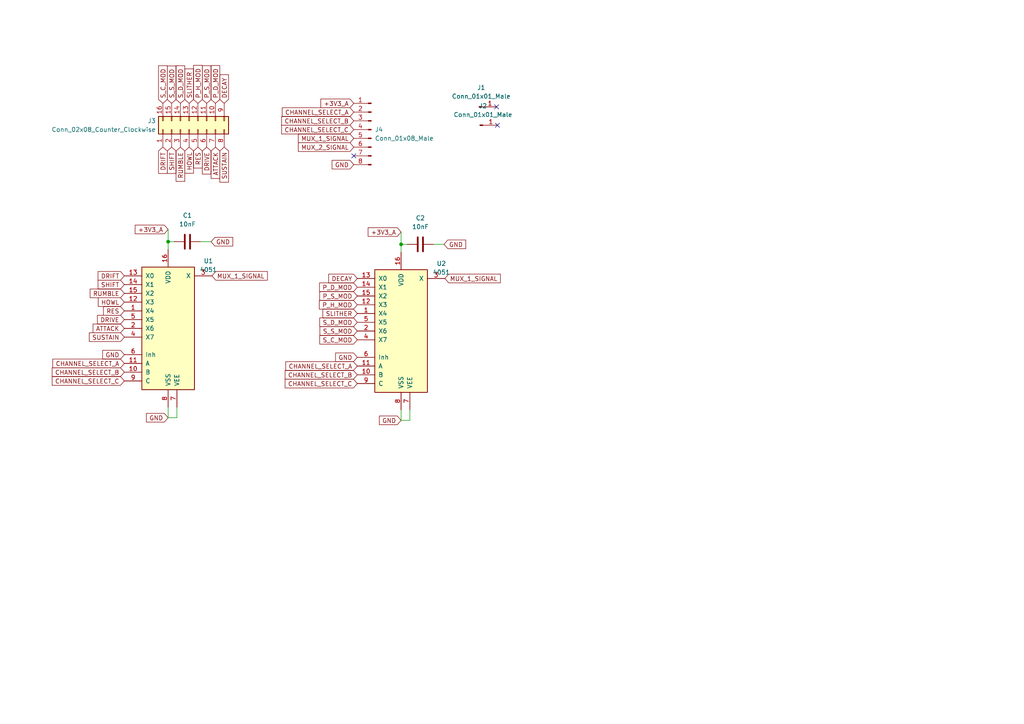
<source format=kicad_sch>
(kicad_sch (version 20211123) (generator eeschema)
  (paper "A4")
  (lib_symbols
    (symbol "4xxx:4051" (pin_names (offset 1.016))
      (property "Reference" "U" (at -7.62 19.05 0))
      (property "Value" "4051" (at -7.62 -19.05 0))
      (symbol "4051_1_0"
        (pin passive line (at -12.7 5.08 0) (length 5.08) (name "X4") (number "1"))
        (pin input line (at -12.7 -12.7 0) (length 5.08) (name "B") (number "10"))
        (pin input line (at -12.7 -10.16 0) (length 5.08) (name "A") (number "11"))
        (pin passive line (at -12.7 7.62 0) (length 5.08) (name "X3") (number "12"))
        (pin passive line (at -12.7 15.24 0) (length 5.08) (name "X0") (number "13"))
        (pin passive line (at -12.7 12.7 0) (length 5.08) (name "X1") (number "14"))
        (pin passive line (at -12.7 10.16 0) (length 5.08) (name "X2") (number "15"))
        (pin power_in line (at 0 22.86 270) (length 5.08) (name "VDD") (number "16"))
        (pin passive line (at -12.7 0 0) (length 5.08) (name "X6") (number "2"))
        (pin passive line (at 12.7 15.24 180) (length 5.08) (name "X") (number "3"))
        (pin passive line (at -12.7 -2.54 0) (length 5.08) (name "X7") (number "4"))
        (pin passive line (at -12.7 2.54 0) (length 5.08) (name "X5") (number "5"))
        (pin input line (at -12.7 -7.62 0) (length 5.08) (name "Inh") (number "6"))
        (pin power_in line (at 2.54 -22.86 90) (length 5.08) (name "VEE") (number "7"))
        (pin power_in line (at 0 -22.86 90) (length 5.08) (name "VSS") (number "8"))
        (pin input line (at -12.7 -15.24 0) (length 5.08) (name "C") (number "9"))
      )
      (symbol "4051_1_1"
        (rectangle (start -7.62 17.78) (end 7.62 -17.78) (stroke (width 0.254)) (fill (type background)))
      )
    )
    (symbol "Connector:Conn_01x01_Male" (pin_names (offset 1.016) hide)
      (property "Reference" "J" (at 0 2.54 0))
      (property "Value" "Conn_01x01_Male" (at 0 -2.54 0))
      (symbol "Conn_01x01_Male_1_1"
        (polyline (pts (xy 1.27 0) (xy 0.8636 0)) (stroke (width 0.1524)))
        (rectangle (start 0.8636 0.127) (end 0 -0.127) (stroke (width 0.1524)) (fill (type outline)))
        (pin passive line (at 5.08 0 180) (length 3.81) (name "Pin_1") (number "1"))
      )
    )
    (symbol "Connector:Conn_01x08_Male" (pin_names (offset 1.016) hide)
      (property "Reference" "J" (at 0 10.16 0))
      (property "Value" "Conn_01x08_Male" (at 0 -12.7 0))
      (symbol "Conn_01x08_Male_1_1"
        (polyline (pts (xy 1.27 -10.16) (xy 0.8636 -10.16)) (stroke (width 0.1524)))
        (polyline (pts (xy 1.27 -7.62) (xy 0.8636 -7.62)) (stroke (width 0.1524)))
        (polyline (pts (xy 1.27 -5.08) (xy 0.8636 -5.08)) (stroke (width 0.1524)))
        (polyline (pts (xy 1.27 -2.54) (xy 0.8636 -2.54)) (stroke (width 0.1524)))
        (polyline (pts (xy 1.27 0) (xy 0.8636 0)) (stroke (width 0.1524)))
        (polyline (pts (xy 1.27 2.54) (xy 0.8636 2.54)) (stroke (width 0.1524)))
        (polyline (pts (xy 1.27 5.08) (xy 0.8636 5.08)) (stroke (width 0.1524)))
        (polyline (pts (xy 1.27 7.62) (xy 0.8636 7.62)) (stroke (width 0.1524)))
        (rectangle (start 0.8636 -10.033) (end 0 -10.287) (stroke (width 0.1524)) (fill (type outline)))
        (rectangle (start 0.8636 -7.493) (end 0 -7.747) (stroke (width 0.1524)) (fill (type outline)))
        (rectangle (start 0.8636 -4.953) (end 0 -5.207) (stroke (width 0.1524)) (fill (type outline)))
        (rectangle (start 0.8636 -2.413) (end 0 -2.667) (stroke (width 0.1524)) (fill (type outline)))
        (rectangle (start 0.8636 0.127) (end 0 -0.127) (stroke (width 0.1524)) (fill (type outline)))
        (rectangle (start 0.8636 2.667) (end 0 2.413) (stroke (width 0.1524)) (fill (type outline)))
        (rectangle (start 0.8636 5.207) (end 0 4.953) (stroke (width 0.1524)) (fill (type outline)))
        (rectangle (start 0.8636 7.747) (end 0 7.493) (stroke (width 0.1524)) (fill (type outline)))
        (pin passive line (at 5.08 7.62 180) (length 3.81) (name "Pin_1") (number "1"))
        (pin passive line (at 5.08 5.08 180) (length 3.81) (name "Pin_2") (number "2"))
        (pin passive line (at 5.08 2.54 180) (length 3.81) (name "Pin_3") (number "3"))
        (pin passive line (at 5.08 0 180) (length 3.81) (name "Pin_4") (number "4"))
        (pin passive line (at 5.08 -2.54 180) (length 3.81) (name "Pin_5") (number "5"))
        (pin passive line (at 5.08 -5.08 180) (length 3.81) (name "Pin_6") (number "6"))
        (pin passive line (at 5.08 -7.62 180) (length 3.81) (name "Pin_7") (number "7"))
        (pin passive line (at 5.08 -10.16 180) (length 3.81) (name "Pin_8") (number "8"))
      )
    )
    (symbol "Connector_Generic:Conn_02x08_Counter_Clockwise" (pin_names (offset 1.016) hide)
      (property "Reference" "J" (at 1.27 10.16 0))
      (property "Value" "Conn_02x08_Counter_Clockwise" (at 1.27 -12.7 0))
      (symbol "Conn_02x08_Counter_Clockwise_1_1"
        (rectangle (start -1.27 -10.033) (end 0 -10.287) (stroke (width 0.1524)))
        (rectangle (start -1.27 -7.493) (end 0 -7.747) (stroke (width 0.1524)))
        (rectangle (start -1.27 -4.953) (end 0 -5.207) (stroke (width 0.1524)))
        (rectangle (start -1.27 -2.413) (end 0 -2.667) (stroke (width 0.1524)))
        (rectangle (start -1.27 0.127) (end 0 -0.127) (stroke (width 0.1524)))
        (rectangle (start -1.27 2.667) (end 0 2.413) (stroke (width 0.1524)))
        (rectangle (start -1.27 5.207) (end 0 4.953) (stroke (width 0.1524)))
        (rectangle (start -1.27 7.747) (end 0 7.493) (stroke (width 0.1524)))
        (rectangle (start -1.27 8.89) (end 3.81 -11.43) (stroke (width 0.254)) (fill (type background)))
        (rectangle (start 3.81 -10.033) (end 2.54 -10.287) (stroke (width 0.1524)))
        (rectangle (start 3.81 -7.493) (end 2.54 -7.747) (stroke (width 0.1524)))
        (rectangle (start 3.81 -4.953) (end 2.54 -5.207) (stroke (width 0.1524)))
        (rectangle (start 3.81 -2.413) (end 2.54 -2.667) (stroke (width 0.1524)))
        (rectangle (start 3.81 0.127) (end 2.54 -0.127) (stroke (width 0.1524)))
        (rectangle (start 3.81 2.667) (end 2.54 2.413) (stroke (width 0.1524)))
        (rectangle (start 3.81 5.207) (end 2.54 4.953) (stroke (width 0.1524)))
        (rectangle (start 3.81 7.747) (end 2.54 7.493) (stroke (width 0.1524)))
        (pin passive line (at -5.08 7.62 0) (length 3.81) (name "Pin_1") (number "1"))
        (pin passive line (at 7.62 -7.62 180) (length 3.81) (name "Pin_10") (number "10"))
        (pin passive line (at 7.62 -5.08 180) (length 3.81) (name "Pin_11") (number "11"))
        (pin passive line (at 7.62 -2.54 180) (length 3.81) (name "Pin_12") (number "12"))
        (pin passive line (at 7.62 0 180) (length 3.81) (name "Pin_13") (number "13"))
        (pin passive line (at 7.62 2.54 180) (length 3.81) (name "Pin_14") (number "14"))
        (pin passive line (at 7.62 5.08 180) (length 3.81) (name "Pin_15") (number "15"))
        (pin passive line (at 7.62 7.62 180) (length 3.81) (name "Pin_16") (number "16"))
        (pin passive line (at -5.08 5.08 0) (length 3.81) (name "Pin_2") (number "2"))
        (pin passive line (at -5.08 2.54 0) (length 3.81) (name "Pin_3") (number "3"))
        (pin passive line (at -5.08 0 0) (length 3.81) (name "Pin_4") (number "4"))
        (pin passive line (at -5.08 -2.54 0) (length 3.81) (name "Pin_5") (number "5"))
        (pin passive line (at -5.08 -5.08 0) (length 3.81) (name "Pin_6") (number "6"))
        (pin passive line (at -5.08 -7.62 0) (length 3.81) (name "Pin_7") (number "7"))
        (pin passive line (at -5.08 -10.16 0) (length 3.81) (name "Pin_8") (number "8"))
        (pin passive line (at 7.62 -10.16 180) (length 3.81) (name "Pin_9") (number "9"))
      )
    )
    (symbol "Device:C" (pin_numbers hide) (pin_names (offset 0.254))
      (property "Reference" "C" (at 0.635 2.54 0))
      (property "Value" "C" (at 0.635 -2.54 0))
      (symbol "C_0_1"
        (polyline (pts (xy -2.032 -0.762) (xy 2.032 -0.762)) (stroke (width 0.508)))
        (polyline (pts (xy -2.032 0.762) (xy 2.032 0.762)) (stroke (width 0.508)))
      )
      (symbol "C_1_1"
        (pin passive line (at 0 3.81 270) (length 2.794) (name "~") (number "1"))
        (pin passive line (at 0 -3.81 90) (length 2.794) (name "~") (number "2"))
      )
    )
  )
  (junction (at 48.768 70.104))
  (junction (at 116.332 70.866))
  (no_connect (at 102.616 45.212))
  (no_connect (at 144.018 30.988))
  (no_connect (at 144.272 36.322))
  (wire (pts (xy 116.332 70.866) (xy 118.11 70.866)))
  (wire (pts (xy 116.332 118.872) (xy 116.332 121.92)))
  (wire (pts (xy 48.768 66.548) (xy 48.768 70.104)))
  (wire (pts (xy 116.332 67.31) (xy 116.332 70.866)))
  (wire (pts (xy 48.768 118.11) (xy 48.768 121.158)))
  (wire (pts (xy 61.214 70.104) (xy 58.166 70.104)))
  (wire (pts (xy 48.768 70.104) (xy 48.768 72.39)))
  (wire (pts (xy 48.768 70.104) (xy 50.546 70.104)))
  (wire (pts (xy 128.778 70.866) (xy 125.73 70.866)))
  (wire (pts (xy 118.872 118.872) (xy 118.872 121.92)))
  (wire (pts (xy 51.308 121.158) (xy 48.768 121.158)))
  (wire (pts (xy 118.872 121.92) (xy 116.332 121.92)))
  (wire (pts (xy 116.332 70.866) (xy 116.332 73.152)))
  (wire (pts (xy 51.308 118.11) (xy 51.308 121.158)))
  (global_label "SHIFT" (shape input) (at 36.068 82.55 180) (property "Intersheet References" "${INTERSHEET_REFS}" (effects hide)))
  (global_label "HOWL" (shape input) (at 36.068 87.63 180) (property "Intersheet References" "${INTERSHEET_REFS}" (effects hide)))
  (global_label "RES" (shape input) (at 36.068 90.17 180) (property "Intersheet References" "${INTERSHEET_REFS}" (effects hide)))
  (global_label "ATTACK" (shape input) (at 62.484 42.672 270) (property "Intersheet References" "${INTERSHEET_REFS}" (effects hide)))
  (global_label "DRIFT" (shape input) (at 36.068 80.01 180) (property "Intersheet References" "${INTERSHEET_REFS}" (effects hide)))
  (global_label "GND" (shape input) (at 61.214 70.104 0) (property "Intersheet References" "${INTERSHEET_REFS}" (effects hide)))
  (global_label "SUSTAIN" (shape input) (at 36.068 97.79 180) (property "Intersheet References" "${INTERSHEET_REFS}" (effects hide)))
  (global_label "RUMBLE" (shape input) (at 36.068 85.09 180) (property "Intersheet References" "${INTERSHEET_REFS}" (effects hide)))
  (global_label "CHANNEL_SELECT_B" (shape input) (at 103.632 108.712 180) (property "Intersheet References" "${INTERSHEET_REFS}" (effects hide)))
  (global_label "ATTACK" (shape input) (at 36.068 95.25 180) (property "Intersheet References" "${INTERSHEET_REFS}" (effects hide)))
  (global_label "DRIVE" (shape input) (at 59.944 42.672 270) (property "Intersheet References" "${INTERSHEET_REFS}" (effects hide)))
  (global_label "SLITHER" (shape input) (at 103.632 90.932 180) (property "Intersheet References" "${INTERSHEET_REFS}" (effects hide)))
  (global_label "GND" (shape input) (at 128.778 70.866 0) (property "Intersheet References" "${INTERSHEET_REFS}" (effects hide)))
  (global_label "CHANNEL_SELECT_B" (shape input) (at 102.616 35.052 180) (property "Intersheet References" "${INTERSHEET_REFS}" (effects hide)))
  (global_label "DRIFT" (shape input) (at 47.244 42.672 270) (property "Intersheet References" "${INTERSHEET_REFS}" (effects hide)))
  (global_label "S_C_MOD" (shape input) (at 103.632 98.552 180) (property "Intersheet References" "${INTERSHEET_REFS}" (effects hide)))
  (global_label "MUX_1_SIGNAL" (shape input) (at 102.616 40.132 180) (property "Intersheet References" "${INTERSHEET_REFS}" (effects hide)))
  (global_label "S_C_MOD" (shape input) (at 47.244 29.972 90) (property "Intersheet References" "${INTERSHEET_REFS}" (effects hide)))
  (global_label "RES" (shape input) (at 57.404 42.672 270) (property "Intersheet References" "${INTERSHEET_REFS}" (effects hide)))
  (global_label "S_D_MOD" (shape input) (at 103.632 93.472 180) (property "Intersheet References" "${INTERSHEET_REFS}" (effects hide)))
  (global_label "GND" (shape input) (at 102.616 47.752 180) (property "Intersheet References" "${INTERSHEET_REFS}" (effects hide)))
  (global_label "P_S_MOD" (shape input) (at 103.632 85.852 180) (property "Intersheet References" "${INTERSHEET_REFS}" (effects hide)))
  (global_label "P_H_MOD" (shape input) (at 103.632 88.392 180) (property "Intersheet References" "${INTERSHEET_REFS}" (effects hide)))
  (global_label "MUX_2_SIGNAL" (shape input) (at 102.616 42.672 180) (property "Intersheet References" "${INTERSHEET_REFS}" (effects hide)))
  (global_label "SLITHER" (shape input) (at 54.864 29.972 90) (property "Intersheet References" "${INTERSHEET_REFS}" (effects hide)))
  (global_label "CHANNEL_SELECT_B" (shape input) (at 36.068 107.95 180) (property "Intersheet References" "${INTERSHEET_REFS}" (effects hide)))
  (global_label "GND" (shape input) (at 116.332 121.92 180) (property "Intersheet References" "${INTERSHEET_REFS}" (effects hide)))
  (global_label "CHANNEL_SELECT_C" (shape input) (at 36.068 110.49 180) (property "Intersheet References" "${INTERSHEET_REFS}" (effects hide)))
  (global_label "SHIFT" (shape input) (at 49.784 42.672 270) (property "Intersheet References" "${INTERSHEET_REFS}" (effects hide)))
  (global_label "HOWL" (shape input) (at 54.864 42.672 270) (property "Intersheet References" "${INTERSHEET_REFS}" (effects hide)))
  (global_label "MUX_1_SIGNAL" (shape input) (at 61.468 80.01 0) (property "Intersheet References" "${INTERSHEET_REFS}" (effects hide)))
  (global_label "MUX_1_SIGNAL" (shape input) (at 129.032 80.772 0) (property "Intersheet References" "${INTERSHEET_REFS}" (effects hide)))
  (global_label "P_D_MOD" (shape input) (at 62.484 29.972 90) (property "Intersheet References" "${INTERSHEET_REFS}" (effects hide)))
  (global_label "P_D_MOD" (shape input) (at 103.632 83.312 180) (property "Intersheet References" "${INTERSHEET_REFS}" (effects hide)))
  (global_label "CHANNEL_SELECT_C" (shape input) (at 102.616 37.592 180) (property "Intersheet References" "${INTERSHEET_REFS}" (effects hide)))
  (global_label "GND" (shape input) (at 48.768 121.158 180) (property "Intersheet References" "${INTERSHEET_REFS}" (effects hide)))
  (global_label "CHANNEL_SELECT_A" (shape input) (at 103.632 106.172 180) (property "Intersheet References" "${INTERSHEET_REFS}" (effects hide)))
  (global_label "+3V3_A" (shape input) (at 102.616 29.972 180) (property "Intersheet References" "${INTERSHEET_REFS}" (effects hide)))
  (global_label "S_S_MOD" (shape input) (at 103.632 96.012 180) (property "Intersheet References" "${INTERSHEET_REFS}" (effects hide)))
  (global_label "GND" (shape input) (at 36.068 102.87 180) (property "Intersheet References" "${INTERSHEET_REFS}" (effects hide)))
  (global_label "+3V3_A" (shape input) (at 48.768 66.548 180) (property "Intersheet References" "${INTERSHEET_REFS}" (effects hide)))
  (global_label "SUSTAIN" (shape input) (at 65.024 42.672 270) (property "Intersheet References" "${INTERSHEET_REFS}" (effects hide)))
  (global_label "S_S_MOD" (shape input) (at 49.784 29.972 90) (property "Intersheet References" "${INTERSHEET_REFS}" (effects hide)))
  (global_label "S_D_MOD" (shape input) (at 52.324 29.972 90) (property "Intersheet References" "${INTERSHEET_REFS}" (effects hide)))
  (global_label "DECAY" (shape input) (at 103.632 80.772 180) (property "Intersheet References" "${INTERSHEET_REFS}" (effects hide)))
  (global_label "P_S_MOD" (shape input) (at 59.944 29.972 90) (property "Intersheet References" "${INTERSHEET_REFS}" (effects hide)))
  (global_label "+3V3_A" (shape input) (at 116.332 67.31 180) (property "Intersheet References" "${INTERSHEET_REFS}" (effects hide)))
  (global_label "GND" (shape input) (at 103.632 103.632 180) (property "Intersheet References" "${INTERSHEET_REFS}" (effects hide)))
  (global_label "DRIVE" (shape input) (at 36.068 92.71 180) (property "Intersheet References" "${INTERSHEET_REFS}" (effects hide)))
  (global_label "CHANNEL_SELECT_C" (shape input) (at 103.632 111.252 180) (property "Intersheet References" "${INTERSHEET_REFS}" (effects hide)))
  (global_label "DECAY" (shape input) (at 65.024 29.972 90) (property "Intersheet References" "${INTERSHEET_REFS}" (effects hide)))
  (global_label "CHANNEL_SELECT_A" (shape input) (at 36.068 105.41 180) (property "Intersheet References" "${INTERSHEET_REFS}" (effects hide)))
  (global_label "RUMBLE" (shape input) (at 52.324 42.672 270) (property "Intersheet References" "${INTERSHEET_REFS}" (effects hide)))
  (global_label "P_H_MOD" (shape input) (at 57.404 29.972 90) (property "Intersheet References" "${INTERSHEET_REFS}" (effects hide)))
  (global_label "CHANNEL_SELECT_A" (shape input) (at 102.616 32.512 180) (property "Intersheet References" "${INTERSHEET_REFS}" (effects hide)))
  (symbol (lib_id "4xxx:4051") (at 116.332 96.012 0) (unit 1)
    (property "Reference" "U2" (at 128.016 76.4413 0))
    (property "Value" "4051" (at 128.016 78.9813 0))
    (property "Footprint" "Package_SO:SOIC-16_3.9x9.9mm_P1.27mm" (effects hide))
    (property "Datasheet" "http://www.intersil.com/content/dam/Intersil/documents/cd40/cd4051bms-52bms-53bms.pdf" (effects hide))
  )
  (symbol (lib_id "Connector:Conn_01x08_Male") (at 107.696 37.592 0) (mirror y) (unit 1)
    (property "Reference" "J4" (at 108.712 37.5919 0) (effects (justify right)))
    (property "Value" "Conn_01x08_Male" (at 108.712 40.1319 0) (effects (justify right)))
    (property "Footprint" "Connector_PinHeader_2.54mm:PinHeader_1x08_P2.54mm_Vertical" (effects hide))
  )
  (symbol (lib_id "Device:C") (at 54.356 70.104 90) (unit 1)
    (property "Reference" "C1" (at 54.356 62.484 90))
    (property "Value" "10nF" (at 54.356 65.024 90))
    (property "Footprint" "Capacitor_SMD:C_0805_2012Metric" (effects hide))
  )
  (symbol (lib_id "Connector:Conn_01x01_Male") (at 138.938 30.988 0) (unit 1)
    (property "Reference" "J1" (at 139.573 25.4 0))
    (property "Value" "Conn_01x01_Male" (at 139.573 27.94 0))
    (property "Footprint" "Connector_PinHeader_2.54mm:PinHeader_1x01_P2.54mm_Vertical" (effects hide))
  )
  (symbol (lib_id "Device:C") (at 121.92 70.866 90) (unit 1)
    (property "Reference" "C2" (at 121.92 63.246 90))
    (property "Value" "10nF" (at 121.92 65.786 90))
    (property "Footprint" "Capacitor_SMD:C_0805_2012Metric" (effects hide))
  )
  (symbol (lib_id "Connector_Generic:Conn_02x08_Counter_Clockwise") (at 54.864 37.592 90) (unit 1)
    (property "Reference" "J3" (at 45.212 35.0519 90) (effects (justify left)))
    (property "Value" "Conn_02x08_Counter_Clockwise" (at 45.212 37.5919 90) (effects (justify left)))
    (property "Footprint" "Connector_PinSocket_2.54mm:PinSocket_2x08_P2.54mm_Vertical" (effects hide))
  )
  (symbol (lib_id "4xxx:4051") (at 48.768 95.25 0) (unit 1)
    (property "Reference" "U1" (at 60.452 75.6793 0))
    (property "Value" "4051" (at 60.452 78.2193 0))
    (property "Footprint" "Package_SO:SOIC-16_3.9x9.9mm_P1.27mm" (effects hide))
    (property "Datasheet" "http://www.intersil.com/content/dam/Intersil/documents/cd40/cd4051bms-52bms-53bms.pdf" (effects hide))
  )
  (symbol (lib_id "Connector:Conn_01x01_Male") (at 139.192 36.322 0) (unit 1)
    (property "Reference" "J2" (at 140.081 30.734 0))
    (property "Value" "Conn_01x01_Male" (at 140.081 33.274 0))
    (property "Footprint" "Connector_PinHeader_2.54mm:PinHeader_1x01_P2.54mm_Vertical" (effects hide))
  )
)
</source>
